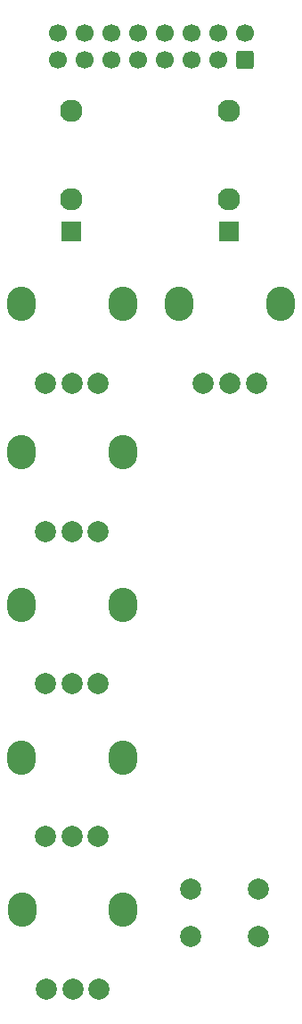
<source format=gbr>
%TF.GenerationSoftware,KiCad,Pcbnew,(6.0.0-0)*%
%TF.CreationDate,2022-12-14T00:02:15-05:00*%
%TF.ProjectId,ht-hat-cymbal-cowbell,68742d68-6174-42d6-9379-6d62616c2d63,rev?*%
%TF.SameCoordinates,Original*%
%TF.FileFunction,Soldermask,Top*%
%TF.FilePolarity,Negative*%
%FSLAX46Y46*%
G04 Gerber Fmt 4.6, Leading zero omitted, Abs format (unit mm)*
G04 Created by KiCad (PCBNEW (6.0.0-0)) date 2022-12-14 00:02:15*
%MOMM*%
%LPD*%
G01*
G04 APERTURE LIST*
G04 Aperture macros list*
%AMRoundRect*
0 Rectangle with rounded corners*
0 $1 Rounding radius*
0 $2 $3 $4 $5 $6 $7 $8 $9 X,Y pos of 4 corners*
0 Add a 4 corners polygon primitive as box body*
4,1,4,$2,$3,$4,$5,$6,$7,$8,$9,$2,$3,0*
0 Add four circle primitives for the rounded corners*
1,1,$1+$1,$2,$3*
1,1,$1+$1,$4,$5*
1,1,$1+$1,$6,$7*
1,1,$1+$1,$8,$9*
0 Add four rect primitives between the rounded corners*
20,1,$1+$1,$2,$3,$4,$5,0*
20,1,$1+$1,$4,$5,$6,$7,0*
20,1,$1+$1,$6,$7,$8,$9,0*
20,1,$1+$1,$8,$9,$2,$3,0*%
G04 Aperture macros list end*
%ADD10O,2.720000X3.240000*%
%ADD11C,2.000000*%
%ADD12R,1.930000X1.830000*%
%ADD13C,2.130000*%
%ADD14RoundRect,0.250000X0.600000X-0.600000X0.600000X0.600000X-0.600000X0.600000X-0.600000X-0.600000X0*%
%ADD15C,1.700000*%
G04 APERTURE END LIST*
D10*
%TO.C,RV3*%
X64226000Y-80589250D03*
X54626000Y-80589250D03*
D11*
X56926000Y-88089250D03*
X59426000Y-88089250D03*
X61926000Y-88089250D03*
%TD*%
%TO.C,RV6*%
X61996000Y-131438000D03*
X59496000Y-131438000D03*
X56996000Y-131438000D03*
D10*
X64296000Y-123938000D03*
X54696000Y-123938000D03*
%TD*%
%TO.C,RV1*%
X79226000Y-66534000D03*
X69626000Y-66534000D03*
D11*
X71926000Y-74034000D03*
X74426000Y-74034000D03*
X76926000Y-74034000D03*
%TD*%
D12*
%TO.C,J1*%
X59366000Y-59660000D03*
D13*
X59366000Y-56560000D03*
X59366000Y-48260000D03*
%TD*%
D10*
%TO.C,RV2*%
X64226000Y-66534000D03*
X54626000Y-66534000D03*
D11*
X56926000Y-74034000D03*
X59426000Y-74034000D03*
X61926000Y-74034000D03*
%TD*%
%TO.C,SW1*%
X77164000Y-121956000D03*
X70664000Y-121956000D03*
X70664000Y-126456000D03*
X77164000Y-126456000D03*
%TD*%
D10*
%TO.C,RV4*%
X64236000Y-94999000D03*
X54636000Y-94999000D03*
D11*
X56936000Y-102499000D03*
X59436000Y-102499000D03*
X61936000Y-102499000D03*
%TD*%
D10*
%TO.C,RV5*%
X54636000Y-109477000D03*
X64236000Y-109477000D03*
D11*
X56936000Y-116977000D03*
X59436000Y-116977000D03*
X61936000Y-116977000D03*
%TD*%
D12*
%TO.C,J2*%
X74366000Y-59660000D03*
D13*
X74366000Y-56560000D03*
X74366000Y-48260000D03*
%TD*%
D14*
%TO.C,U1*%
X75848000Y-43434000D03*
D15*
X75848000Y-40894000D03*
X73320000Y-40894000D03*
X73308000Y-43434000D03*
X70780000Y-40894000D03*
X70768000Y-43434000D03*
X68240000Y-40894000D03*
X68228000Y-43434000D03*
X65700000Y-40894000D03*
X65688000Y-43434000D03*
X63148000Y-43434000D03*
X63160000Y-40894000D03*
X60620000Y-40894000D03*
X60608000Y-43434000D03*
X58080000Y-40894000D03*
X58068000Y-43434000D03*
%TD*%
M02*

</source>
